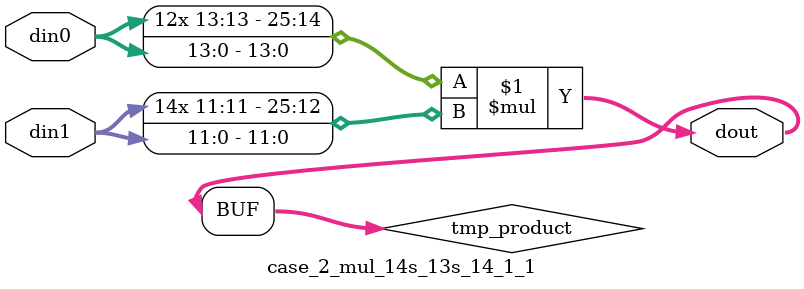
<source format=v>

`timescale 1 ns / 1 ps

 module case_2_mul_14s_13s_14_1_1(din0, din1, dout);
parameter ID = 1;
parameter NUM_STAGE = 0;
parameter din0_WIDTH = 14;
parameter din1_WIDTH = 12;
parameter dout_WIDTH = 26;

input [din0_WIDTH - 1 : 0] din0; 
input [din1_WIDTH - 1 : 0] din1; 
output [dout_WIDTH - 1 : 0] dout;

wire signed [dout_WIDTH - 1 : 0] tmp_product;



























assign tmp_product = $signed(din0) * $signed(din1);








assign dout = tmp_product;





















endmodule

</source>
